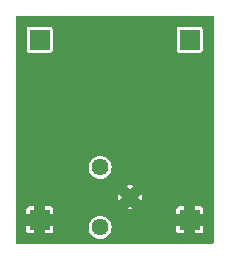
<source format=gbr>
%TF.GenerationSoftware,KiCad,Pcbnew,8.0.3*%
%TF.CreationDate,2024-07-23T13:34:38+02:00*%
%TF.ProjectId,TinyLDOP,54696e79-4c44-44f5-902e-6b696361645f,rev?*%
%TF.SameCoordinates,Original*%
%TF.FileFunction,Copper,L2,Bot*%
%TF.FilePolarity,Positive*%
%FSLAX46Y46*%
G04 Gerber Fmt 4.6, Leading zero omitted, Abs format (unit mm)*
G04 Created by KiCad (PCBNEW 8.0.3) date 2024-07-23 13:34:38*
%MOMM*%
%LPD*%
G01*
G04 APERTURE LIST*
%TA.AperFunction,ComponentPad*%
%ADD10C,1.440000*%
%TD*%
%TA.AperFunction,ComponentPad*%
%ADD11R,1.700000X1.700000*%
%TD*%
G04 APERTURE END LIST*
D10*
%TO.P,RV1,1,1*%
%TO.N,/LDO_adj*%
X73705000Y-71770000D03*
%TO.P,RV1,2,2*%
%TO.N,GND*%
X76245000Y-74310000D03*
%TO.P,RV1,3,3*%
%TO.N,unconnected-(RV1-Pad3)*%
X73705000Y-76850000D03*
%TD*%
D11*
%TO.P,J4,1,Pin_1*%
%TO.N,GND*%
X81280000Y-76200000D03*
%TD*%
%TO.P,J2,1,Pin_1*%
%TO.N,/Vin*%
X81280000Y-60960000D03*
%TD*%
%TO.P,J1,1,Pin_1*%
%TO.N,/Vout*%
X68580000Y-60960000D03*
%TD*%
%TO.P,J3,1,Pin_1*%
%TO.N,GND*%
X68580000Y-76200000D03*
%TD*%
%TA.AperFunction,Conductor*%
%TO.N,GND*%
G36*
X83262539Y-58940185D02*
G01*
X83308294Y-58992989D01*
X83319500Y-59044500D01*
X83319500Y-78115500D01*
X83299815Y-78182539D01*
X83247011Y-78228294D01*
X83195500Y-78239500D01*
X66664500Y-78239500D01*
X66597461Y-78219815D01*
X66551706Y-78167011D01*
X66540500Y-78115500D01*
X66540500Y-77094785D01*
X67430001Y-77094785D01*
X67430002Y-77094808D01*
X67432908Y-77119869D01*
X67432909Y-77119873D01*
X67478211Y-77222474D01*
X67478214Y-77222479D01*
X67557520Y-77301785D01*
X67557525Y-77301788D01*
X67660123Y-77347089D01*
X67685206Y-77349999D01*
X68079999Y-77349999D01*
X69080000Y-77349999D01*
X69474786Y-77349999D01*
X69474808Y-77349997D01*
X69499869Y-77347091D01*
X69499873Y-77347090D01*
X69602474Y-77301788D01*
X69602479Y-77301785D01*
X69681785Y-77222479D01*
X69681788Y-77222474D01*
X69727089Y-77119877D01*
X69727089Y-77119875D01*
X69729999Y-77094794D01*
X69730000Y-77094791D01*
X69730000Y-76850000D01*
X72729804Y-76850000D01*
X72748541Y-77040249D01*
X72804037Y-77223195D01*
X72894150Y-77391784D01*
X72894155Y-77391791D01*
X73015431Y-77539568D01*
X73118267Y-77623962D01*
X73163210Y-77660846D01*
X73163213Y-77660847D01*
X73163215Y-77660849D01*
X73331804Y-77750962D01*
X73331806Y-77750962D01*
X73331809Y-77750964D01*
X73514749Y-77806458D01*
X73705000Y-77825196D01*
X73895251Y-77806458D01*
X74078191Y-77750964D01*
X74246790Y-77660846D01*
X74394568Y-77539568D01*
X74515846Y-77391790D01*
X74605964Y-77223191D01*
X74644915Y-77094785D01*
X80130001Y-77094785D01*
X80130002Y-77094808D01*
X80132908Y-77119869D01*
X80132909Y-77119873D01*
X80178211Y-77222474D01*
X80178214Y-77222479D01*
X80257520Y-77301785D01*
X80257525Y-77301788D01*
X80360123Y-77347089D01*
X80385206Y-77349999D01*
X80779999Y-77349999D01*
X81780000Y-77349999D01*
X82174786Y-77349999D01*
X82174808Y-77349997D01*
X82199869Y-77347091D01*
X82199873Y-77347090D01*
X82302474Y-77301788D01*
X82302479Y-77301785D01*
X82381785Y-77222479D01*
X82381788Y-77222474D01*
X82427089Y-77119877D01*
X82427089Y-77119875D01*
X82429999Y-77094794D01*
X82430000Y-77094791D01*
X82430000Y-76700000D01*
X81780000Y-76700000D01*
X81780000Y-77349999D01*
X80779999Y-77349999D01*
X80780000Y-77349998D01*
X80780000Y-76700000D01*
X80130001Y-76700000D01*
X80130001Y-77094785D01*
X74644915Y-77094785D01*
X74661458Y-77040251D01*
X74680196Y-76850000D01*
X74661458Y-76659749D01*
X74605964Y-76476809D01*
X74605962Y-76476806D01*
X74605962Y-76476804D01*
X74515849Y-76308215D01*
X74515847Y-76308213D01*
X74515846Y-76308210D01*
X74478962Y-76263267D01*
X74394568Y-76160431D01*
X74362573Y-76134174D01*
X80780000Y-76134174D01*
X80780000Y-76265826D01*
X80814075Y-76392993D01*
X80879901Y-76507007D01*
X80972993Y-76600099D01*
X81087007Y-76665925D01*
X81214174Y-76700000D01*
X81345826Y-76700000D01*
X81472993Y-76665925D01*
X81587007Y-76600099D01*
X81680099Y-76507007D01*
X81745925Y-76392993D01*
X81780000Y-76265826D01*
X81780000Y-76134174D01*
X81745925Y-76007007D01*
X81680099Y-75892993D01*
X81587007Y-75799901D01*
X81472993Y-75734075D01*
X81345826Y-75700000D01*
X81780000Y-75700000D01*
X82429999Y-75700000D01*
X82429999Y-75305214D01*
X82429997Y-75305191D01*
X82427091Y-75280130D01*
X82427090Y-75280126D01*
X82381788Y-75177525D01*
X82381785Y-75177520D01*
X82302479Y-75098214D01*
X82302474Y-75098211D01*
X82199876Y-75052910D01*
X82174794Y-75050000D01*
X81780000Y-75050000D01*
X81780000Y-75700000D01*
X81345826Y-75700000D01*
X81214174Y-75700000D01*
X81087007Y-75734075D01*
X80972993Y-75799901D01*
X80879901Y-75892993D01*
X80814075Y-76007007D01*
X80780000Y-76134174D01*
X74362573Y-76134174D01*
X74246791Y-76039155D01*
X74246784Y-76039150D01*
X74078195Y-75949037D01*
X73895249Y-75893541D01*
X73705000Y-75874804D01*
X73514750Y-75893541D01*
X73331804Y-75949037D01*
X73163215Y-76039150D01*
X73163208Y-76039155D01*
X73015431Y-76160431D01*
X72894155Y-76308208D01*
X72894150Y-76308215D01*
X72804037Y-76476804D01*
X72748541Y-76659750D01*
X72729804Y-76850000D01*
X69730000Y-76850000D01*
X69730000Y-76700000D01*
X69080000Y-76700000D01*
X69080000Y-77349999D01*
X68079999Y-77349999D01*
X68080000Y-77349998D01*
X68080000Y-76700000D01*
X67430001Y-76700000D01*
X67430001Y-77094785D01*
X66540500Y-77094785D01*
X66540500Y-76134174D01*
X68080000Y-76134174D01*
X68080000Y-76265826D01*
X68114075Y-76392993D01*
X68179901Y-76507007D01*
X68272993Y-76600099D01*
X68387007Y-76665925D01*
X68514174Y-76700000D01*
X68645826Y-76700000D01*
X68772993Y-76665925D01*
X68887007Y-76600099D01*
X68980099Y-76507007D01*
X69045925Y-76392993D01*
X69080000Y-76265826D01*
X69080000Y-76134174D01*
X69045925Y-76007007D01*
X68980099Y-75892993D01*
X68887007Y-75799901D01*
X68772993Y-75734075D01*
X68645826Y-75700000D01*
X69080000Y-75700000D01*
X69729999Y-75700000D01*
X69729999Y-75305214D01*
X69729997Y-75305191D01*
X69728513Y-75292389D01*
X75969715Y-75292389D01*
X75969716Y-75292390D01*
X76045042Y-75315240D01*
X76045044Y-75315241D01*
X76245000Y-75334934D01*
X76444955Y-75315241D01*
X76444957Y-75315240D01*
X76478037Y-75305205D01*
X80130000Y-75305205D01*
X80130000Y-75700000D01*
X80780000Y-75700000D01*
X80780000Y-75050000D01*
X80385214Y-75050000D01*
X80385191Y-75050002D01*
X80360130Y-75052908D01*
X80360126Y-75052909D01*
X80257525Y-75098211D01*
X80257520Y-75098214D01*
X80178214Y-75177520D01*
X80178211Y-75177525D01*
X80132910Y-75280122D01*
X80132910Y-75280124D01*
X80130000Y-75305205D01*
X76478037Y-75305205D01*
X76520282Y-75292390D01*
X76520283Y-75292389D01*
X76245001Y-75017107D01*
X76245000Y-75017107D01*
X75969715Y-75292389D01*
X69728513Y-75292389D01*
X69727091Y-75280130D01*
X69727090Y-75280126D01*
X69681788Y-75177525D01*
X69681785Y-75177520D01*
X69602479Y-75098214D01*
X69602474Y-75098211D01*
X69499876Y-75052910D01*
X69474794Y-75050000D01*
X69080000Y-75050000D01*
X69080000Y-75700000D01*
X68645826Y-75700000D01*
X68514174Y-75700000D01*
X68387007Y-75734075D01*
X68272993Y-75799901D01*
X68179901Y-75892993D01*
X68114075Y-76007007D01*
X68080000Y-76134174D01*
X66540500Y-76134174D01*
X66540500Y-75305205D01*
X67430000Y-75305205D01*
X67430000Y-75700000D01*
X68080000Y-75700000D01*
X68080000Y-75050000D01*
X67685214Y-75050000D01*
X67685191Y-75050002D01*
X67660130Y-75052908D01*
X67660126Y-75052909D01*
X67557525Y-75098211D01*
X67557520Y-75098214D01*
X67478214Y-75177520D01*
X67478211Y-75177525D01*
X67432910Y-75280122D01*
X67432910Y-75280124D01*
X67430000Y-75305205D01*
X66540500Y-75305205D01*
X66540500Y-74310000D01*
X75220065Y-74310000D01*
X75239758Y-74509952D01*
X75262609Y-74585282D01*
X75537893Y-74310000D01*
X75485232Y-74257339D01*
X75845000Y-74257339D01*
X75845000Y-74362661D01*
X75872259Y-74464394D01*
X75924920Y-74555606D01*
X75999394Y-74630080D01*
X76090606Y-74682741D01*
X76192339Y-74710000D01*
X76297661Y-74710000D01*
X76399394Y-74682741D01*
X76490606Y-74630080D01*
X76565080Y-74555606D01*
X76617741Y-74464394D01*
X76645000Y-74362661D01*
X76645000Y-74309999D01*
X76952107Y-74309999D01*
X76952107Y-74310001D01*
X77227389Y-74585283D01*
X77227390Y-74585282D01*
X77250240Y-74509957D01*
X77250241Y-74509955D01*
X77269934Y-74310000D01*
X77250241Y-74110044D01*
X77250240Y-74110042D01*
X77227390Y-74034716D01*
X77227389Y-74034715D01*
X76952107Y-74309999D01*
X76645000Y-74309999D01*
X76645000Y-74257339D01*
X76617741Y-74155606D01*
X76565080Y-74064394D01*
X76490606Y-73989920D01*
X76399394Y-73937259D01*
X76297661Y-73910000D01*
X76192339Y-73910000D01*
X76090606Y-73937259D01*
X75999394Y-73989920D01*
X75924920Y-74064394D01*
X75872259Y-74155606D01*
X75845000Y-74257339D01*
X75485232Y-74257339D01*
X75262609Y-74034716D01*
X75239758Y-74110046D01*
X75220065Y-74310000D01*
X66540500Y-74310000D01*
X66540500Y-73327609D01*
X75969716Y-73327609D01*
X76245000Y-73602893D01*
X76245001Y-73602893D01*
X76520282Y-73327609D01*
X76444950Y-73304758D01*
X76444954Y-73304758D01*
X76245000Y-73285065D01*
X76045046Y-73304758D01*
X75969716Y-73327609D01*
X66540500Y-73327609D01*
X66540500Y-71770000D01*
X72729804Y-71770000D01*
X72748541Y-71960249D01*
X72804037Y-72143195D01*
X72894150Y-72311784D01*
X72894155Y-72311791D01*
X73015431Y-72459568D01*
X73118267Y-72543962D01*
X73163210Y-72580846D01*
X73163213Y-72580847D01*
X73163215Y-72580849D01*
X73331804Y-72670962D01*
X73331806Y-72670962D01*
X73331809Y-72670964D01*
X73514749Y-72726458D01*
X73705000Y-72745196D01*
X73895251Y-72726458D01*
X74078191Y-72670964D01*
X74246790Y-72580846D01*
X74394568Y-72459568D01*
X74515846Y-72311790D01*
X74605964Y-72143191D01*
X74661458Y-71960251D01*
X74680196Y-71770000D01*
X74661458Y-71579749D01*
X74605964Y-71396809D01*
X74605962Y-71396806D01*
X74605962Y-71396804D01*
X74515849Y-71228215D01*
X74515847Y-71228213D01*
X74515846Y-71228210D01*
X74478962Y-71183267D01*
X74394568Y-71080431D01*
X74246791Y-70959155D01*
X74246784Y-70959150D01*
X74078195Y-70869037D01*
X73895249Y-70813541D01*
X73705000Y-70794804D01*
X73514750Y-70813541D01*
X73331804Y-70869037D01*
X73163215Y-70959150D01*
X73163208Y-70959155D01*
X73015431Y-71080431D01*
X72894155Y-71228208D01*
X72894150Y-71228215D01*
X72804037Y-71396804D01*
X72748541Y-71579750D01*
X72729804Y-71770000D01*
X66540500Y-71770000D01*
X66540500Y-60085321D01*
X67479500Y-60085321D01*
X67479500Y-61834678D01*
X67494032Y-61907735D01*
X67494033Y-61907739D01*
X67494034Y-61907740D01*
X67549399Y-61990601D01*
X67632260Y-62045966D01*
X67632264Y-62045967D01*
X67705321Y-62060499D01*
X67705324Y-62060500D01*
X67705326Y-62060500D01*
X69454676Y-62060500D01*
X69454677Y-62060499D01*
X69527740Y-62045966D01*
X69610601Y-61990601D01*
X69665966Y-61907740D01*
X69680500Y-61834674D01*
X69680500Y-60085326D01*
X69680500Y-60085323D01*
X69680499Y-60085321D01*
X80179500Y-60085321D01*
X80179500Y-61834678D01*
X80194032Y-61907735D01*
X80194033Y-61907739D01*
X80194034Y-61907740D01*
X80249399Y-61990601D01*
X80332260Y-62045966D01*
X80332264Y-62045967D01*
X80405321Y-62060499D01*
X80405324Y-62060500D01*
X80405326Y-62060500D01*
X82154676Y-62060500D01*
X82154677Y-62060499D01*
X82227740Y-62045966D01*
X82310601Y-61990601D01*
X82365966Y-61907740D01*
X82380500Y-61834674D01*
X82380500Y-60085326D01*
X82380500Y-60085323D01*
X82380499Y-60085321D01*
X82365967Y-60012264D01*
X82365966Y-60012260D01*
X82310601Y-59929399D01*
X82227740Y-59874034D01*
X82227739Y-59874033D01*
X82227735Y-59874032D01*
X82154677Y-59859500D01*
X82154674Y-59859500D01*
X80405326Y-59859500D01*
X80405323Y-59859500D01*
X80332264Y-59874032D01*
X80332260Y-59874033D01*
X80249399Y-59929399D01*
X80194033Y-60012260D01*
X80194032Y-60012264D01*
X80179500Y-60085321D01*
X69680499Y-60085321D01*
X69665967Y-60012264D01*
X69665966Y-60012260D01*
X69610601Y-59929399D01*
X69527740Y-59874034D01*
X69527739Y-59874033D01*
X69527735Y-59874032D01*
X69454677Y-59859500D01*
X69454674Y-59859500D01*
X67705326Y-59859500D01*
X67705323Y-59859500D01*
X67632264Y-59874032D01*
X67632260Y-59874033D01*
X67549399Y-59929399D01*
X67494033Y-60012260D01*
X67494032Y-60012264D01*
X67479500Y-60085321D01*
X66540500Y-60085321D01*
X66540500Y-59044500D01*
X66560185Y-58977461D01*
X66612989Y-58931706D01*
X66664500Y-58920500D01*
X83195500Y-58920500D01*
X83262539Y-58940185D01*
G37*
%TD.AperFunction*%
%TD*%
M02*

</source>
